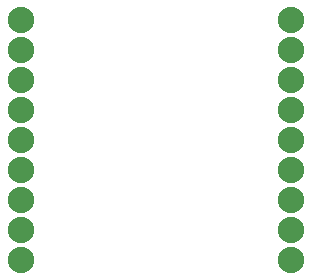
<source format=gbs>
G04 MADE WITH FRITZING*
G04 WWW.FRITZING.ORG*
G04 DOUBLE SIDED*
G04 HOLES PLATED*
G04 CONTOUR ON CENTER OF CONTOUR VECTOR*
%ASAXBY*%
%FSLAX23Y23*%
%MOIN*%
%OFA0B0*%
%SFA1.0B1.0*%
%ADD10C,0.088000*%
%LNMASK0*%
G90*
G70*
G54D10*
X995Y885D03*
X995Y785D03*
X995Y685D03*
X995Y585D03*
X995Y485D03*
X995Y385D03*
X995Y285D03*
X995Y185D03*
X995Y85D03*
X95Y885D03*
X95Y785D03*
X95Y685D03*
X95Y585D03*
X95Y485D03*
X95Y385D03*
X95Y285D03*
X95Y185D03*
X95Y85D03*
G04 End of Mask0*
M02*
</source>
